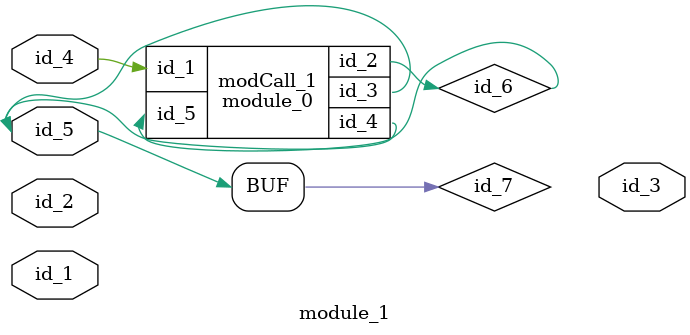
<source format=v>
module module_0 (
    id_1,
    id_2,
    id_3,
    id_4,
    id_5
);
  input wire id_5;
  inout wire id_4;
  output wire id_3;
  output wire id_2;
  input wire id_1;
  wire id_6;
  assign id_3 = 1;
endmodule
module module_1 (
    id_1,
    id_2,
    id_3,
    id_4,
    id_5
);
  inout wire id_5;
  input wire id_4;
  output wire id_3;
  inout wire id_2;
  input wire id_1;
  wire id_6;
  wire id_7 = id_5;
  module_0 modCall_1 (
      id_4,
      id_6,
      id_7,
      id_5,
      id_6
  );
  wire id_8 = id_2[1 : 1'd0<1'b0] || 1;
  wire id_9;
endmodule

</source>
